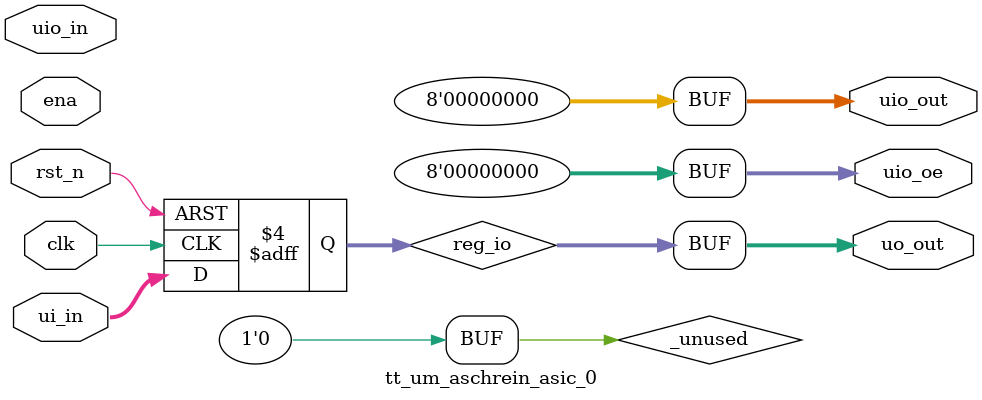
<source format=v>
/*
 * Copyright (c) 2024 Your Name
 * SPDX-License-Identifier: Apache-2.0
 */

`default_nettype none

module tt_um_aschrein_asic_0 (
    input  wire [7:0] ui_in,    // Dedicated inputs
    output wire [7:0] uo_out,   // Dedicated outputs
    input  wire [7:0] uio_in,   // IOs: Input path
    output wire [7:0] uio_out,  // IOs: Output path
    output wire [7:0] uio_oe,   // IOs: Enable path (active high: 0=input, 1=output)
    input  wire       ena,      // always 1 when the design is powered, so you can ignore it
    input  wire       clk,      // clock
    input  wire       rst_n     // reset_n - low to reset
);
  
  reg [7:0] reg_io;

  always @(posedge clk or negedge rst_n) begin
    if (~rst_n) begin
      // reset state
      reg_io  <= 8'hFF;

    end else begin
      reg_io <= ui_in;
    end
  end

  // All output pins must be assigned. If not used, assign to 0.
  // assign uo_out  = ui_in + uio_in;  // Example: ou_out is the sum of ui_in and uio_in
  assign uio_out = 0;
  assign uio_oe  = 0;
  assign uo_out  = reg_io;
  // List all unused inputs to prevent warnings
  wire _unused = &{ena, clk, rst_n, 1'b0};

endmodule

</source>
